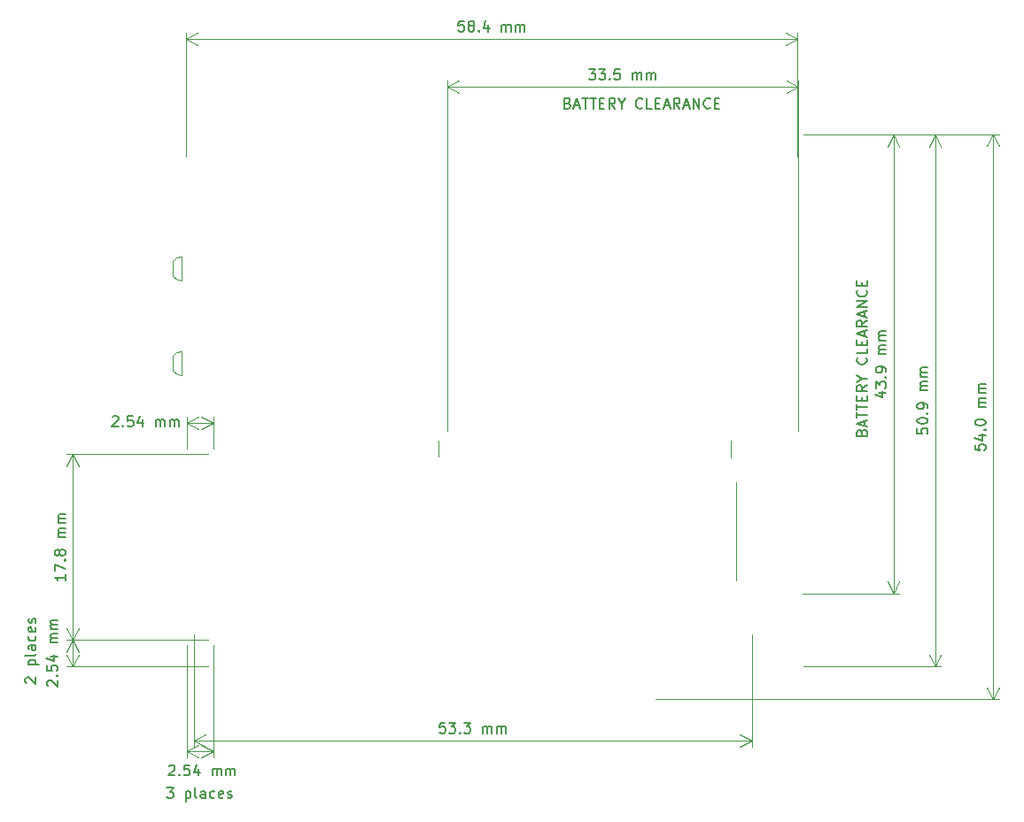
<source format=gbr>
%TF.GenerationSoftware,KiCad,Pcbnew,9.0.0-rc1*%
%TF.CreationDate,2025-02-03T21:42:01-06:00*%
%TF.ProjectId,tempo,74656d70-6f2e-46b6-9963-61645f706362,rev?*%
%TF.SameCoordinates,Original*%
%TF.FileFunction,OtherDrawing,Comment*%
%FSLAX46Y46*%
G04 Gerber Fmt 4.6, Leading zero omitted, Abs format (unit mm)*
G04 Created by KiCad (PCBNEW 9.0.0-rc1) date 2025-02-03 21:42:01*
%MOMM*%
%LPD*%
G01*
G04 APERTURE LIST*
%ADD10C,0.100000*%
%ADD11C,0.150000*%
G04 APERTURE END LIST*
D10*
X178050000Y-94350000D02*
X178050000Y-96000000D01*
X150100000Y-94350000D02*
X150100000Y-95900000D01*
D11*
X124141541Y-127569819D02*
X124760588Y-127569819D01*
X124760588Y-127569819D02*
X124427255Y-127950771D01*
X124427255Y-127950771D02*
X124570112Y-127950771D01*
X124570112Y-127950771D02*
X124665350Y-127998390D01*
X124665350Y-127998390D02*
X124712969Y-128046009D01*
X124712969Y-128046009D02*
X124760588Y-128141247D01*
X124760588Y-128141247D02*
X124760588Y-128379342D01*
X124760588Y-128379342D02*
X124712969Y-128474580D01*
X124712969Y-128474580D02*
X124665350Y-128522200D01*
X124665350Y-128522200D02*
X124570112Y-128569819D01*
X124570112Y-128569819D02*
X124284398Y-128569819D01*
X124284398Y-128569819D02*
X124189160Y-128522200D01*
X124189160Y-128522200D02*
X124141541Y-128474580D01*
X125951065Y-127903152D02*
X125951065Y-128903152D01*
X125951065Y-127950771D02*
X126046303Y-127903152D01*
X126046303Y-127903152D02*
X126236779Y-127903152D01*
X126236779Y-127903152D02*
X126332017Y-127950771D01*
X126332017Y-127950771D02*
X126379636Y-127998390D01*
X126379636Y-127998390D02*
X126427255Y-128093628D01*
X126427255Y-128093628D02*
X126427255Y-128379342D01*
X126427255Y-128379342D02*
X126379636Y-128474580D01*
X126379636Y-128474580D02*
X126332017Y-128522200D01*
X126332017Y-128522200D02*
X126236779Y-128569819D01*
X126236779Y-128569819D02*
X126046303Y-128569819D01*
X126046303Y-128569819D02*
X125951065Y-128522200D01*
X126998684Y-128569819D02*
X126903446Y-128522200D01*
X126903446Y-128522200D02*
X126855827Y-128426961D01*
X126855827Y-128426961D02*
X126855827Y-127569819D01*
X127808208Y-128569819D02*
X127808208Y-128046009D01*
X127808208Y-128046009D02*
X127760589Y-127950771D01*
X127760589Y-127950771D02*
X127665351Y-127903152D01*
X127665351Y-127903152D02*
X127474875Y-127903152D01*
X127474875Y-127903152D02*
X127379637Y-127950771D01*
X127808208Y-128522200D02*
X127712970Y-128569819D01*
X127712970Y-128569819D02*
X127474875Y-128569819D01*
X127474875Y-128569819D02*
X127379637Y-128522200D01*
X127379637Y-128522200D02*
X127332018Y-128426961D01*
X127332018Y-128426961D02*
X127332018Y-128331723D01*
X127332018Y-128331723D02*
X127379637Y-128236485D01*
X127379637Y-128236485D02*
X127474875Y-128188866D01*
X127474875Y-128188866D02*
X127712970Y-128188866D01*
X127712970Y-128188866D02*
X127808208Y-128141247D01*
X128712970Y-128522200D02*
X128617732Y-128569819D01*
X128617732Y-128569819D02*
X128427256Y-128569819D01*
X128427256Y-128569819D02*
X128332018Y-128522200D01*
X128332018Y-128522200D02*
X128284399Y-128474580D01*
X128284399Y-128474580D02*
X128236780Y-128379342D01*
X128236780Y-128379342D02*
X128236780Y-128093628D01*
X128236780Y-128093628D02*
X128284399Y-127998390D01*
X128284399Y-127998390D02*
X128332018Y-127950771D01*
X128332018Y-127950771D02*
X128427256Y-127903152D01*
X128427256Y-127903152D02*
X128617732Y-127903152D01*
X128617732Y-127903152D02*
X128712970Y-127950771D01*
X129522494Y-128522200D02*
X129427256Y-128569819D01*
X129427256Y-128569819D02*
X129236780Y-128569819D01*
X129236780Y-128569819D02*
X129141542Y-128522200D01*
X129141542Y-128522200D02*
X129093923Y-128426961D01*
X129093923Y-128426961D02*
X129093923Y-128046009D01*
X129093923Y-128046009D02*
X129141542Y-127950771D01*
X129141542Y-127950771D02*
X129236780Y-127903152D01*
X129236780Y-127903152D02*
X129427256Y-127903152D01*
X129427256Y-127903152D02*
X129522494Y-127950771D01*
X129522494Y-127950771D02*
X129570113Y-128046009D01*
X129570113Y-128046009D02*
X129570113Y-128141247D01*
X129570113Y-128141247D02*
X129093923Y-128236485D01*
X129951066Y-128522200D02*
X130046304Y-128569819D01*
X130046304Y-128569819D02*
X130236780Y-128569819D01*
X130236780Y-128569819D02*
X130332018Y-128522200D01*
X130332018Y-128522200D02*
X130379637Y-128426961D01*
X130379637Y-128426961D02*
X130379637Y-128379342D01*
X130379637Y-128379342D02*
X130332018Y-128284104D01*
X130332018Y-128284104D02*
X130236780Y-128236485D01*
X130236780Y-128236485D02*
X130093923Y-128236485D01*
X130093923Y-128236485D02*
X129998685Y-128188866D01*
X129998685Y-128188866D02*
X129951066Y-128093628D01*
X129951066Y-128093628D02*
X129951066Y-128046009D01*
X129951066Y-128046009D02*
X129998685Y-127950771D01*
X129998685Y-127950771D02*
X130093923Y-127903152D01*
X130093923Y-127903152D02*
X130236780Y-127903152D01*
X130236780Y-127903152D02*
X130332018Y-127950771D01*
X190556009Y-93569887D02*
X190603628Y-93427030D01*
X190603628Y-93427030D02*
X190651247Y-93379411D01*
X190651247Y-93379411D02*
X190746485Y-93331792D01*
X190746485Y-93331792D02*
X190889342Y-93331792D01*
X190889342Y-93331792D02*
X190984580Y-93379411D01*
X190984580Y-93379411D02*
X191032200Y-93427030D01*
X191032200Y-93427030D02*
X191079819Y-93522268D01*
X191079819Y-93522268D02*
X191079819Y-93903220D01*
X191079819Y-93903220D02*
X190079819Y-93903220D01*
X190079819Y-93903220D02*
X190079819Y-93569887D01*
X190079819Y-93569887D02*
X190127438Y-93474649D01*
X190127438Y-93474649D02*
X190175057Y-93427030D01*
X190175057Y-93427030D02*
X190270295Y-93379411D01*
X190270295Y-93379411D02*
X190365533Y-93379411D01*
X190365533Y-93379411D02*
X190460771Y-93427030D01*
X190460771Y-93427030D02*
X190508390Y-93474649D01*
X190508390Y-93474649D02*
X190556009Y-93569887D01*
X190556009Y-93569887D02*
X190556009Y-93903220D01*
X190794104Y-92950839D02*
X190794104Y-92474649D01*
X191079819Y-93046077D02*
X190079819Y-92712744D01*
X190079819Y-92712744D02*
X191079819Y-92379411D01*
X190079819Y-92188934D02*
X190079819Y-91617506D01*
X191079819Y-91903220D02*
X190079819Y-91903220D01*
X190079819Y-91427029D02*
X190079819Y-90855601D01*
X191079819Y-91141315D02*
X190079819Y-91141315D01*
X190556009Y-90522267D02*
X190556009Y-90188934D01*
X191079819Y-90046077D02*
X191079819Y-90522267D01*
X191079819Y-90522267D02*
X190079819Y-90522267D01*
X190079819Y-90522267D02*
X190079819Y-90046077D01*
X191079819Y-89046077D02*
X190603628Y-89379410D01*
X191079819Y-89617505D02*
X190079819Y-89617505D01*
X190079819Y-89617505D02*
X190079819Y-89236553D01*
X190079819Y-89236553D02*
X190127438Y-89141315D01*
X190127438Y-89141315D02*
X190175057Y-89093696D01*
X190175057Y-89093696D02*
X190270295Y-89046077D01*
X190270295Y-89046077D02*
X190413152Y-89046077D01*
X190413152Y-89046077D02*
X190508390Y-89093696D01*
X190508390Y-89093696D02*
X190556009Y-89141315D01*
X190556009Y-89141315D02*
X190603628Y-89236553D01*
X190603628Y-89236553D02*
X190603628Y-89617505D01*
X190603628Y-88427029D02*
X191079819Y-88427029D01*
X190079819Y-88760362D02*
X190603628Y-88427029D01*
X190603628Y-88427029D02*
X190079819Y-88093696D01*
X190984580Y-86427029D02*
X191032200Y-86474648D01*
X191032200Y-86474648D02*
X191079819Y-86617505D01*
X191079819Y-86617505D02*
X191079819Y-86712743D01*
X191079819Y-86712743D02*
X191032200Y-86855600D01*
X191032200Y-86855600D02*
X190936961Y-86950838D01*
X190936961Y-86950838D02*
X190841723Y-86998457D01*
X190841723Y-86998457D02*
X190651247Y-87046076D01*
X190651247Y-87046076D02*
X190508390Y-87046076D01*
X190508390Y-87046076D02*
X190317914Y-86998457D01*
X190317914Y-86998457D02*
X190222676Y-86950838D01*
X190222676Y-86950838D02*
X190127438Y-86855600D01*
X190127438Y-86855600D02*
X190079819Y-86712743D01*
X190079819Y-86712743D02*
X190079819Y-86617505D01*
X190079819Y-86617505D02*
X190127438Y-86474648D01*
X190127438Y-86474648D02*
X190175057Y-86427029D01*
X191079819Y-85522267D02*
X191079819Y-85998457D01*
X191079819Y-85998457D02*
X190079819Y-85998457D01*
X190556009Y-85188933D02*
X190556009Y-84855600D01*
X191079819Y-84712743D02*
X191079819Y-85188933D01*
X191079819Y-85188933D02*
X190079819Y-85188933D01*
X190079819Y-85188933D02*
X190079819Y-84712743D01*
X190794104Y-84331790D02*
X190794104Y-83855600D01*
X191079819Y-84427028D02*
X190079819Y-84093695D01*
X190079819Y-84093695D02*
X191079819Y-83760362D01*
X191079819Y-82855600D02*
X190603628Y-83188933D01*
X191079819Y-83427028D02*
X190079819Y-83427028D01*
X190079819Y-83427028D02*
X190079819Y-83046076D01*
X190079819Y-83046076D02*
X190127438Y-82950838D01*
X190127438Y-82950838D02*
X190175057Y-82903219D01*
X190175057Y-82903219D02*
X190270295Y-82855600D01*
X190270295Y-82855600D02*
X190413152Y-82855600D01*
X190413152Y-82855600D02*
X190508390Y-82903219D01*
X190508390Y-82903219D02*
X190556009Y-82950838D01*
X190556009Y-82950838D02*
X190603628Y-83046076D01*
X190603628Y-83046076D02*
X190603628Y-83427028D01*
X190794104Y-82474647D02*
X190794104Y-81998457D01*
X191079819Y-82569885D02*
X190079819Y-82236552D01*
X190079819Y-82236552D02*
X191079819Y-81903219D01*
X191079819Y-81569885D02*
X190079819Y-81569885D01*
X190079819Y-81569885D02*
X191079819Y-80998457D01*
X191079819Y-80998457D02*
X190079819Y-80998457D01*
X190984580Y-79950838D02*
X191032200Y-79998457D01*
X191032200Y-79998457D02*
X191079819Y-80141314D01*
X191079819Y-80141314D02*
X191079819Y-80236552D01*
X191079819Y-80236552D02*
X191032200Y-80379409D01*
X191032200Y-80379409D02*
X190936961Y-80474647D01*
X190936961Y-80474647D02*
X190841723Y-80522266D01*
X190841723Y-80522266D02*
X190651247Y-80569885D01*
X190651247Y-80569885D02*
X190508390Y-80569885D01*
X190508390Y-80569885D02*
X190317914Y-80522266D01*
X190317914Y-80522266D02*
X190222676Y-80474647D01*
X190222676Y-80474647D02*
X190127438Y-80379409D01*
X190127438Y-80379409D02*
X190079819Y-80236552D01*
X190079819Y-80236552D02*
X190079819Y-80141314D01*
X190079819Y-80141314D02*
X190127438Y-79998457D01*
X190127438Y-79998457D02*
X190175057Y-79950838D01*
X190556009Y-79522266D02*
X190556009Y-79188933D01*
X191079819Y-79046076D02*
X191079819Y-79522266D01*
X191079819Y-79522266D02*
X190079819Y-79522266D01*
X190079819Y-79522266D02*
X190079819Y-79046076D01*
X110695057Y-117560839D02*
X110647438Y-117513220D01*
X110647438Y-117513220D02*
X110599819Y-117417982D01*
X110599819Y-117417982D02*
X110599819Y-117179887D01*
X110599819Y-117179887D02*
X110647438Y-117084649D01*
X110647438Y-117084649D02*
X110695057Y-117037030D01*
X110695057Y-117037030D02*
X110790295Y-116989411D01*
X110790295Y-116989411D02*
X110885533Y-116989411D01*
X110885533Y-116989411D02*
X111028390Y-117037030D01*
X111028390Y-117037030D02*
X111599819Y-117608458D01*
X111599819Y-117608458D02*
X111599819Y-116989411D01*
X110933152Y-115798934D02*
X111933152Y-115798934D01*
X110980771Y-115798934D02*
X110933152Y-115703696D01*
X110933152Y-115703696D02*
X110933152Y-115513220D01*
X110933152Y-115513220D02*
X110980771Y-115417982D01*
X110980771Y-115417982D02*
X111028390Y-115370363D01*
X111028390Y-115370363D02*
X111123628Y-115322744D01*
X111123628Y-115322744D02*
X111409342Y-115322744D01*
X111409342Y-115322744D02*
X111504580Y-115370363D01*
X111504580Y-115370363D02*
X111552200Y-115417982D01*
X111552200Y-115417982D02*
X111599819Y-115513220D01*
X111599819Y-115513220D02*
X111599819Y-115703696D01*
X111599819Y-115703696D02*
X111552200Y-115798934D01*
X111599819Y-114751315D02*
X111552200Y-114846553D01*
X111552200Y-114846553D02*
X111456961Y-114894172D01*
X111456961Y-114894172D02*
X110599819Y-114894172D01*
X111599819Y-113941791D02*
X111076009Y-113941791D01*
X111076009Y-113941791D02*
X110980771Y-113989410D01*
X110980771Y-113989410D02*
X110933152Y-114084648D01*
X110933152Y-114084648D02*
X110933152Y-114275124D01*
X110933152Y-114275124D02*
X110980771Y-114370362D01*
X111552200Y-113941791D02*
X111599819Y-114037029D01*
X111599819Y-114037029D02*
X111599819Y-114275124D01*
X111599819Y-114275124D02*
X111552200Y-114370362D01*
X111552200Y-114370362D02*
X111456961Y-114417981D01*
X111456961Y-114417981D02*
X111361723Y-114417981D01*
X111361723Y-114417981D02*
X111266485Y-114370362D01*
X111266485Y-114370362D02*
X111218866Y-114275124D01*
X111218866Y-114275124D02*
X111218866Y-114037029D01*
X111218866Y-114037029D02*
X111171247Y-113941791D01*
X111552200Y-113037029D02*
X111599819Y-113132267D01*
X111599819Y-113132267D02*
X111599819Y-113322743D01*
X111599819Y-113322743D02*
X111552200Y-113417981D01*
X111552200Y-113417981D02*
X111504580Y-113465600D01*
X111504580Y-113465600D02*
X111409342Y-113513219D01*
X111409342Y-113513219D02*
X111123628Y-113513219D01*
X111123628Y-113513219D02*
X111028390Y-113465600D01*
X111028390Y-113465600D02*
X110980771Y-113417981D01*
X110980771Y-113417981D02*
X110933152Y-113322743D01*
X110933152Y-113322743D02*
X110933152Y-113132267D01*
X110933152Y-113132267D02*
X110980771Y-113037029D01*
X111552200Y-112227505D02*
X111599819Y-112322743D01*
X111599819Y-112322743D02*
X111599819Y-112513219D01*
X111599819Y-112513219D02*
X111552200Y-112608457D01*
X111552200Y-112608457D02*
X111456961Y-112656076D01*
X111456961Y-112656076D02*
X111076009Y-112656076D01*
X111076009Y-112656076D02*
X110980771Y-112608457D01*
X110980771Y-112608457D02*
X110933152Y-112513219D01*
X110933152Y-112513219D02*
X110933152Y-112322743D01*
X110933152Y-112322743D02*
X110980771Y-112227505D01*
X110980771Y-112227505D02*
X111076009Y-112179886D01*
X111076009Y-112179886D02*
X111171247Y-112179886D01*
X111171247Y-112179886D02*
X111266485Y-112656076D01*
X111552200Y-111798933D02*
X111599819Y-111703695D01*
X111599819Y-111703695D02*
X111599819Y-111513219D01*
X111599819Y-111513219D02*
X111552200Y-111417981D01*
X111552200Y-111417981D02*
X111456961Y-111370362D01*
X111456961Y-111370362D02*
X111409342Y-111370362D01*
X111409342Y-111370362D02*
X111314104Y-111417981D01*
X111314104Y-111417981D02*
X111266485Y-111513219D01*
X111266485Y-111513219D02*
X111266485Y-111656076D01*
X111266485Y-111656076D02*
X111218866Y-111751314D01*
X111218866Y-111751314D02*
X111123628Y-111798933D01*
X111123628Y-111798933D02*
X111076009Y-111798933D01*
X111076009Y-111798933D02*
X110980771Y-111751314D01*
X110980771Y-111751314D02*
X110933152Y-111656076D01*
X110933152Y-111656076D02*
X110933152Y-111513219D01*
X110933152Y-111513219D02*
X110980771Y-111417981D01*
X162455112Y-62061009D02*
X162597969Y-62108628D01*
X162597969Y-62108628D02*
X162645588Y-62156247D01*
X162645588Y-62156247D02*
X162693207Y-62251485D01*
X162693207Y-62251485D02*
X162693207Y-62394342D01*
X162693207Y-62394342D02*
X162645588Y-62489580D01*
X162645588Y-62489580D02*
X162597969Y-62537200D01*
X162597969Y-62537200D02*
X162502731Y-62584819D01*
X162502731Y-62584819D02*
X162121779Y-62584819D01*
X162121779Y-62584819D02*
X162121779Y-61584819D01*
X162121779Y-61584819D02*
X162455112Y-61584819D01*
X162455112Y-61584819D02*
X162550350Y-61632438D01*
X162550350Y-61632438D02*
X162597969Y-61680057D01*
X162597969Y-61680057D02*
X162645588Y-61775295D01*
X162645588Y-61775295D02*
X162645588Y-61870533D01*
X162645588Y-61870533D02*
X162597969Y-61965771D01*
X162597969Y-61965771D02*
X162550350Y-62013390D01*
X162550350Y-62013390D02*
X162455112Y-62061009D01*
X162455112Y-62061009D02*
X162121779Y-62061009D01*
X163074160Y-62299104D02*
X163550350Y-62299104D01*
X162978922Y-62584819D02*
X163312255Y-61584819D01*
X163312255Y-61584819D02*
X163645588Y-62584819D01*
X163836065Y-61584819D02*
X164407493Y-61584819D01*
X164121779Y-62584819D02*
X164121779Y-61584819D01*
X164597970Y-61584819D02*
X165169398Y-61584819D01*
X164883684Y-62584819D02*
X164883684Y-61584819D01*
X165502732Y-62061009D02*
X165836065Y-62061009D01*
X165978922Y-62584819D02*
X165502732Y-62584819D01*
X165502732Y-62584819D02*
X165502732Y-61584819D01*
X165502732Y-61584819D02*
X165978922Y-61584819D01*
X166978922Y-62584819D02*
X166645589Y-62108628D01*
X166407494Y-62584819D02*
X166407494Y-61584819D01*
X166407494Y-61584819D02*
X166788446Y-61584819D01*
X166788446Y-61584819D02*
X166883684Y-61632438D01*
X166883684Y-61632438D02*
X166931303Y-61680057D01*
X166931303Y-61680057D02*
X166978922Y-61775295D01*
X166978922Y-61775295D02*
X166978922Y-61918152D01*
X166978922Y-61918152D02*
X166931303Y-62013390D01*
X166931303Y-62013390D02*
X166883684Y-62061009D01*
X166883684Y-62061009D02*
X166788446Y-62108628D01*
X166788446Y-62108628D02*
X166407494Y-62108628D01*
X167597970Y-62108628D02*
X167597970Y-62584819D01*
X167264637Y-61584819D02*
X167597970Y-62108628D01*
X167597970Y-62108628D02*
X167931303Y-61584819D01*
X169597970Y-62489580D02*
X169550351Y-62537200D01*
X169550351Y-62537200D02*
X169407494Y-62584819D01*
X169407494Y-62584819D02*
X169312256Y-62584819D01*
X169312256Y-62584819D02*
X169169399Y-62537200D01*
X169169399Y-62537200D02*
X169074161Y-62441961D01*
X169074161Y-62441961D02*
X169026542Y-62346723D01*
X169026542Y-62346723D02*
X168978923Y-62156247D01*
X168978923Y-62156247D02*
X168978923Y-62013390D01*
X168978923Y-62013390D02*
X169026542Y-61822914D01*
X169026542Y-61822914D02*
X169074161Y-61727676D01*
X169074161Y-61727676D02*
X169169399Y-61632438D01*
X169169399Y-61632438D02*
X169312256Y-61584819D01*
X169312256Y-61584819D02*
X169407494Y-61584819D01*
X169407494Y-61584819D02*
X169550351Y-61632438D01*
X169550351Y-61632438D02*
X169597970Y-61680057D01*
X170502732Y-62584819D02*
X170026542Y-62584819D01*
X170026542Y-62584819D02*
X170026542Y-61584819D01*
X170836066Y-62061009D02*
X171169399Y-62061009D01*
X171312256Y-62584819D02*
X170836066Y-62584819D01*
X170836066Y-62584819D02*
X170836066Y-61584819D01*
X170836066Y-61584819D02*
X171312256Y-61584819D01*
X171693209Y-62299104D02*
X172169399Y-62299104D01*
X171597971Y-62584819D02*
X171931304Y-61584819D01*
X171931304Y-61584819D02*
X172264637Y-62584819D01*
X173169399Y-62584819D02*
X172836066Y-62108628D01*
X172597971Y-62584819D02*
X172597971Y-61584819D01*
X172597971Y-61584819D02*
X172978923Y-61584819D01*
X172978923Y-61584819D02*
X173074161Y-61632438D01*
X173074161Y-61632438D02*
X173121780Y-61680057D01*
X173121780Y-61680057D02*
X173169399Y-61775295D01*
X173169399Y-61775295D02*
X173169399Y-61918152D01*
X173169399Y-61918152D02*
X173121780Y-62013390D01*
X173121780Y-62013390D02*
X173074161Y-62061009D01*
X173074161Y-62061009D02*
X172978923Y-62108628D01*
X172978923Y-62108628D02*
X172597971Y-62108628D01*
X173550352Y-62299104D02*
X174026542Y-62299104D01*
X173455114Y-62584819D02*
X173788447Y-61584819D01*
X173788447Y-61584819D02*
X174121780Y-62584819D01*
X174455114Y-62584819D02*
X174455114Y-61584819D01*
X174455114Y-61584819D02*
X175026542Y-62584819D01*
X175026542Y-62584819D02*
X175026542Y-61584819D01*
X176074161Y-62489580D02*
X176026542Y-62537200D01*
X176026542Y-62537200D02*
X175883685Y-62584819D01*
X175883685Y-62584819D02*
X175788447Y-62584819D01*
X175788447Y-62584819D02*
X175645590Y-62537200D01*
X175645590Y-62537200D02*
X175550352Y-62441961D01*
X175550352Y-62441961D02*
X175502733Y-62346723D01*
X175502733Y-62346723D02*
X175455114Y-62156247D01*
X175455114Y-62156247D02*
X175455114Y-62013390D01*
X175455114Y-62013390D02*
X175502733Y-61822914D01*
X175502733Y-61822914D02*
X175550352Y-61727676D01*
X175550352Y-61727676D02*
X175645590Y-61632438D01*
X175645590Y-61632438D02*
X175788447Y-61584819D01*
X175788447Y-61584819D02*
X175883685Y-61584819D01*
X175883685Y-61584819D02*
X176026542Y-61632438D01*
X176026542Y-61632438D02*
X176074161Y-61680057D01*
X176502733Y-62061009D02*
X176836066Y-62061009D01*
X176978923Y-62584819D02*
X176502733Y-62584819D01*
X176502733Y-62584819D02*
X176502733Y-61584819D01*
X176502733Y-61584819D02*
X176978923Y-61584819D01*
X112780057Y-117840475D02*
X112732438Y-117792856D01*
X112732438Y-117792856D02*
X112684819Y-117697618D01*
X112684819Y-117697618D02*
X112684819Y-117459523D01*
X112684819Y-117459523D02*
X112732438Y-117364285D01*
X112732438Y-117364285D02*
X112780057Y-117316666D01*
X112780057Y-117316666D02*
X112875295Y-117269047D01*
X112875295Y-117269047D02*
X112970533Y-117269047D01*
X112970533Y-117269047D02*
X113113390Y-117316666D01*
X113113390Y-117316666D02*
X113684819Y-117888094D01*
X113684819Y-117888094D02*
X113684819Y-117269047D01*
X113589580Y-116840475D02*
X113637200Y-116792856D01*
X113637200Y-116792856D02*
X113684819Y-116840475D01*
X113684819Y-116840475D02*
X113637200Y-116888094D01*
X113637200Y-116888094D02*
X113589580Y-116840475D01*
X113589580Y-116840475D02*
X113684819Y-116840475D01*
X112684819Y-115888095D02*
X112684819Y-116364285D01*
X112684819Y-116364285D02*
X113161009Y-116411904D01*
X113161009Y-116411904D02*
X113113390Y-116364285D01*
X113113390Y-116364285D02*
X113065771Y-116269047D01*
X113065771Y-116269047D02*
X113065771Y-116030952D01*
X113065771Y-116030952D02*
X113113390Y-115935714D01*
X113113390Y-115935714D02*
X113161009Y-115888095D01*
X113161009Y-115888095D02*
X113256247Y-115840476D01*
X113256247Y-115840476D02*
X113494342Y-115840476D01*
X113494342Y-115840476D02*
X113589580Y-115888095D01*
X113589580Y-115888095D02*
X113637200Y-115935714D01*
X113637200Y-115935714D02*
X113684819Y-116030952D01*
X113684819Y-116030952D02*
X113684819Y-116269047D01*
X113684819Y-116269047D02*
X113637200Y-116364285D01*
X113637200Y-116364285D02*
X113589580Y-116411904D01*
X113018152Y-114983333D02*
X113684819Y-114983333D01*
X112637200Y-115221428D02*
X113351485Y-115459523D01*
X113351485Y-115459523D02*
X113351485Y-114840476D01*
X113684819Y-113697618D02*
X113018152Y-113697618D01*
X113113390Y-113697618D02*
X113065771Y-113649999D01*
X113065771Y-113649999D02*
X113018152Y-113554761D01*
X113018152Y-113554761D02*
X113018152Y-113411904D01*
X113018152Y-113411904D02*
X113065771Y-113316666D01*
X113065771Y-113316666D02*
X113161009Y-113269047D01*
X113161009Y-113269047D02*
X113684819Y-113269047D01*
X113161009Y-113269047D02*
X113065771Y-113221428D01*
X113065771Y-113221428D02*
X113018152Y-113126190D01*
X113018152Y-113126190D02*
X113018152Y-112983333D01*
X113018152Y-112983333D02*
X113065771Y-112888094D01*
X113065771Y-112888094D02*
X113161009Y-112840475D01*
X113161009Y-112840475D02*
X113684819Y-112840475D01*
X113684819Y-112364285D02*
X113018152Y-112364285D01*
X113113390Y-112364285D02*
X113065771Y-112316666D01*
X113065771Y-112316666D02*
X113018152Y-112221428D01*
X113018152Y-112221428D02*
X113018152Y-112078571D01*
X113018152Y-112078571D02*
X113065771Y-111983333D01*
X113065771Y-111983333D02*
X113161009Y-111935714D01*
X113161009Y-111935714D02*
X113684819Y-111935714D01*
X113161009Y-111935714D02*
X113065771Y-111888095D01*
X113065771Y-111888095D02*
X113018152Y-111792857D01*
X113018152Y-111792857D02*
X113018152Y-111650000D01*
X113018152Y-111650000D02*
X113065771Y-111554761D01*
X113065771Y-111554761D02*
X113161009Y-111507142D01*
X113161009Y-111507142D02*
X113684819Y-111507142D01*
D10*
X128061100Y-113443600D02*
X114543580Y-113443600D01*
X128061100Y-115983600D02*
X114543580Y-115983600D01*
X115130000Y-113443600D02*
X115130000Y-115983600D01*
X115130000Y-113443600D02*
X115130000Y-115983600D01*
X115130000Y-113443600D02*
X115716421Y-114570104D01*
X115130000Y-113443600D02*
X114543579Y-114570104D01*
X115130000Y-115983600D02*
X114543579Y-114857096D01*
X115130000Y-115983600D02*
X115716421Y-114857096D01*
X115130000Y-113443600D02*
X115130000Y-115983600D01*
X115130000Y-113443600D02*
X115130000Y-115983600D01*
X115130000Y-113443600D02*
X115716421Y-114570104D01*
X115130000Y-113443600D02*
X114543579Y-114570104D01*
X115130000Y-115983600D02*
X114543579Y-114857096D01*
X115130000Y-115983600D02*
X115716421Y-114857096D01*
D11*
X118939524Y-92100057D02*
X118987143Y-92052438D01*
X118987143Y-92052438D02*
X119082381Y-92004819D01*
X119082381Y-92004819D02*
X119320476Y-92004819D01*
X119320476Y-92004819D02*
X119415714Y-92052438D01*
X119415714Y-92052438D02*
X119463333Y-92100057D01*
X119463333Y-92100057D02*
X119510952Y-92195295D01*
X119510952Y-92195295D02*
X119510952Y-92290533D01*
X119510952Y-92290533D02*
X119463333Y-92433390D01*
X119463333Y-92433390D02*
X118891905Y-93004819D01*
X118891905Y-93004819D02*
X119510952Y-93004819D01*
X119939524Y-92909580D02*
X119987143Y-92957200D01*
X119987143Y-92957200D02*
X119939524Y-93004819D01*
X119939524Y-93004819D02*
X119891905Y-92957200D01*
X119891905Y-92957200D02*
X119939524Y-92909580D01*
X119939524Y-92909580D02*
X119939524Y-93004819D01*
X120891904Y-92004819D02*
X120415714Y-92004819D01*
X120415714Y-92004819D02*
X120368095Y-92481009D01*
X120368095Y-92481009D02*
X120415714Y-92433390D01*
X120415714Y-92433390D02*
X120510952Y-92385771D01*
X120510952Y-92385771D02*
X120749047Y-92385771D01*
X120749047Y-92385771D02*
X120844285Y-92433390D01*
X120844285Y-92433390D02*
X120891904Y-92481009D01*
X120891904Y-92481009D02*
X120939523Y-92576247D01*
X120939523Y-92576247D02*
X120939523Y-92814342D01*
X120939523Y-92814342D02*
X120891904Y-92909580D01*
X120891904Y-92909580D02*
X120844285Y-92957200D01*
X120844285Y-92957200D02*
X120749047Y-93004819D01*
X120749047Y-93004819D02*
X120510952Y-93004819D01*
X120510952Y-93004819D02*
X120415714Y-92957200D01*
X120415714Y-92957200D02*
X120368095Y-92909580D01*
X121796666Y-92338152D02*
X121796666Y-93004819D01*
X121558571Y-91957200D02*
X121320476Y-92671485D01*
X121320476Y-92671485D02*
X121939523Y-92671485D01*
X123082381Y-93004819D02*
X123082381Y-92338152D01*
X123082381Y-92433390D02*
X123130000Y-92385771D01*
X123130000Y-92385771D02*
X123225238Y-92338152D01*
X123225238Y-92338152D02*
X123368095Y-92338152D01*
X123368095Y-92338152D02*
X123463333Y-92385771D01*
X123463333Y-92385771D02*
X123510952Y-92481009D01*
X123510952Y-92481009D02*
X123510952Y-93004819D01*
X123510952Y-92481009D02*
X123558571Y-92385771D01*
X123558571Y-92385771D02*
X123653809Y-92338152D01*
X123653809Y-92338152D02*
X123796666Y-92338152D01*
X123796666Y-92338152D02*
X123891905Y-92385771D01*
X123891905Y-92385771D02*
X123939524Y-92481009D01*
X123939524Y-92481009D02*
X123939524Y-93004819D01*
X124415714Y-93004819D02*
X124415714Y-92338152D01*
X124415714Y-92433390D02*
X124463333Y-92385771D01*
X124463333Y-92385771D02*
X124558571Y-92338152D01*
X124558571Y-92338152D02*
X124701428Y-92338152D01*
X124701428Y-92338152D02*
X124796666Y-92385771D01*
X124796666Y-92385771D02*
X124844285Y-92481009D01*
X124844285Y-92481009D02*
X124844285Y-93004819D01*
X124844285Y-92481009D02*
X124891904Y-92385771D01*
X124891904Y-92385771D02*
X124987142Y-92338152D01*
X124987142Y-92338152D02*
X125129999Y-92338152D01*
X125129999Y-92338152D02*
X125225238Y-92385771D01*
X125225238Y-92385771D02*
X125272857Y-92481009D01*
X125272857Y-92481009D02*
X125272857Y-93004819D01*
D10*
X128561100Y-95163600D02*
X128561100Y-92063580D01*
X126021100Y-95163600D02*
X126021100Y-92063580D01*
X128561100Y-92650000D02*
X126135952Y-92650000D01*
X128561100Y-92650000D02*
X127434596Y-93236421D01*
X128561100Y-92650000D02*
X127434596Y-92063579D01*
X126021100Y-92650000D02*
X127147604Y-92063579D01*
X126021100Y-92650000D02*
X127147604Y-93236421D01*
X128561100Y-92650000D02*
X126135952Y-92650000D01*
X128561100Y-92650000D02*
X127434596Y-93236421D01*
X128561100Y-92650000D02*
X127434596Y-92063579D01*
X126021100Y-92650000D02*
X127147604Y-92063579D01*
X126021100Y-92650000D02*
X127147604Y-93236421D01*
D11*
X124339524Y-125500057D02*
X124387143Y-125452438D01*
X124387143Y-125452438D02*
X124482381Y-125404819D01*
X124482381Y-125404819D02*
X124720476Y-125404819D01*
X124720476Y-125404819D02*
X124815714Y-125452438D01*
X124815714Y-125452438D02*
X124863333Y-125500057D01*
X124863333Y-125500057D02*
X124910952Y-125595295D01*
X124910952Y-125595295D02*
X124910952Y-125690533D01*
X124910952Y-125690533D02*
X124863333Y-125833390D01*
X124863333Y-125833390D02*
X124291905Y-126404819D01*
X124291905Y-126404819D02*
X124910952Y-126404819D01*
X125339524Y-126309580D02*
X125387143Y-126357200D01*
X125387143Y-126357200D02*
X125339524Y-126404819D01*
X125339524Y-126404819D02*
X125291905Y-126357200D01*
X125291905Y-126357200D02*
X125339524Y-126309580D01*
X125339524Y-126309580D02*
X125339524Y-126404819D01*
X126291904Y-125404819D02*
X125815714Y-125404819D01*
X125815714Y-125404819D02*
X125768095Y-125881009D01*
X125768095Y-125881009D02*
X125815714Y-125833390D01*
X125815714Y-125833390D02*
X125910952Y-125785771D01*
X125910952Y-125785771D02*
X126149047Y-125785771D01*
X126149047Y-125785771D02*
X126244285Y-125833390D01*
X126244285Y-125833390D02*
X126291904Y-125881009D01*
X126291904Y-125881009D02*
X126339523Y-125976247D01*
X126339523Y-125976247D02*
X126339523Y-126214342D01*
X126339523Y-126214342D02*
X126291904Y-126309580D01*
X126291904Y-126309580D02*
X126244285Y-126357200D01*
X126244285Y-126357200D02*
X126149047Y-126404819D01*
X126149047Y-126404819D02*
X125910952Y-126404819D01*
X125910952Y-126404819D02*
X125815714Y-126357200D01*
X125815714Y-126357200D02*
X125768095Y-126309580D01*
X127196666Y-125738152D02*
X127196666Y-126404819D01*
X126958571Y-125357200D02*
X126720476Y-126071485D01*
X126720476Y-126071485D02*
X127339523Y-126071485D01*
X128482381Y-126404819D02*
X128482381Y-125738152D01*
X128482381Y-125833390D02*
X128530000Y-125785771D01*
X128530000Y-125785771D02*
X128625238Y-125738152D01*
X128625238Y-125738152D02*
X128768095Y-125738152D01*
X128768095Y-125738152D02*
X128863333Y-125785771D01*
X128863333Y-125785771D02*
X128910952Y-125881009D01*
X128910952Y-125881009D02*
X128910952Y-126404819D01*
X128910952Y-125881009D02*
X128958571Y-125785771D01*
X128958571Y-125785771D02*
X129053809Y-125738152D01*
X129053809Y-125738152D02*
X129196666Y-125738152D01*
X129196666Y-125738152D02*
X129291905Y-125785771D01*
X129291905Y-125785771D02*
X129339524Y-125881009D01*
X129339524Y-125881009D02*
X129339524Y-126404819D01*
X129815714Y-126404819D02*
X129815714Y-125738152D01*
X129815714Y-125833390D02*
X129863333Y-125785771D01*
X129863333Y-125785771D02*
X129958571Y-125738152D01*
X129958571Y-125738152D02*
X130101428Y-125738152D01*
X130101428Y-125738152D02*
X130196666Y-125785771D01*
X130196666Y-125785771D02*
X130244285Y-125881009D01*
X130244285Y-125881009D02*
X130244285Y-126404819D01*
X130244285Y-125881009D02*
X130291904Y-125785771D01*
X130291904Y-125785771D02*
X130387142Y-125738152D01*
X130387142Y-125738152D02*
X130529999Y-125738152D01*
X130529999Y-125738152D02*
X130625238Y-125785771D01*
X130625238Y-125785771D02*
X130672857Y-125881009D01*
X130672857Y-125881009D02*
X130672857Y-126404819D01*
D10*
X128561100Y-113943600D02*
X128561100Y-124636420D01*
X126021100Y-113943600D02*
X126021100Y-124636420D01*
X128561100Y-124050000D02*
X126021100Y-124050000D01*
X128561100Y-124050000D02*
X126021100Y-124050000D01*
X128561100Y-124050000D02*
X127434596Y-124636421D01*
X128561100Y-124050000D02*
X127434596Y-123463579D01*
X126021100Y-124050000D02*
X127147604Y-123463579D01*
X126021100Y-124050000D02*
X127147604Y-124636421D01*
X128561100Y-124050000D02*
X126021100Y-124050000D01*
X128561100Y-124050000D02*
X126021100Y-124050000D01*
X128561100Y-124050000D02*
X127434596Y-124636421D01*
X128561100Y-124050000D02*
X127434596Y-123463579D01*
X126021100Y-124050000D02*
X127147604Y-123463579D01*
X126021100Y-124050000D02*
X127147604Y-124636421D01*
D11*
X152529384Y-54208768D02*
X152053194Y-54208768D01*
X152053194Y-54208768D02*
X152005575Y-54684958D01*
X152005575Y-54684958D02*
X152053194Y-54637339D01*
X152053194Y-54637339D02*
X152148432Y-54589720D01*
X152148432Y-54589720D02*
X152386527Y-54589720D01*
X152386527Y-54589720D02*
X152481765Y-54637339D01*
X152481765Y-54637339D02*
X152529384Y-54684958D01*
X152529384Y-54684958D02*
X152577003Y-54780196D01*
X152577003Y-54780196D02*
X152577003Y-55018291D01*
X152577003Y-55018291D02*
X152529384Y-55113529D01*
X152529384Y-55113529D02*
X152481765Y-55161149D01*
X152481765Y-55161149D02*
X152386527Y-55208768D01*
X152386527Y-55208768D02*
X152148432Y-55208768D01*
X152148432Y-55208768D02*
X152053194Y-55161149D01*
X152053194Y-55161149D02*
X152005575Y-55113529D01*
X153148432Y-54637339D02*
X153053194Y-54589720D01*
X153053194Y-54589720D02*
X153005575Y-54542101D01*
X153005575Y-54542101D02*
X152957956Y-54446863D01*
X152957956Y-54446863D02*
X152957956Y-54399244D01*
X152957956Y-54399244D02*
X153005575Y-54304006D01*
X153005575Y-54304006D02*
X153053194Y-54256387D01*
X153053194Y-54256387D02*
X153148432Y-54208768D01*
X153148432Y-54208768D02*
X153338908Y-54208768D01*
X153338908Y-54208768D02*
X153434146Y-54256387D01*
X153434146Y-54256387D02*
X153481765Y-54304006D01*
X153481765Y-54304006D02*
X153529384Y-54399244D01*
X153529384Y-54399244D02*
X153529384Y-54446863D01*
X153529384Y-54446863D02*
X153481765Y-54542101D01*
X153481765Y-54542101D02*
X153434146Y-54589720D01*
X153434146Y-54589720D02*
X153338908Y-54637339D01*
X153338908Y-54637339D02*
X153148432Y-54637339D01*
X153148432Y-54637339D02*
X153053194Y-54684958D01*
X153053194Y-54684958D02*
X153005575Y-54732577D01*
X153005575Y-54732577D02*
X152957956Y-54827815D01*
X152957956Y-54827815D02*
X152957956Y-55018291D01*
X152957956Y-55018291D02*
X153005575Y-55113529D01*
X153005575Y-55113529D02*
X153053194Y-55161149D01*
X153053194Y-55161149D02*
X153148432Y-55208768D01*
X153148432Y-55208768D02*
X153338908Y-55208768D01*
X153338908Y-55208768D02*
X153434146Y-55161149D01*
X153434146Y-55161149D02*
X153481765Y-55113529D01*
X153481765Y-55113529D02*
X153529384Y-55018291D01*
X153529384Y-55018291D02*
X153529384Y-54827815D01*
X153529384Y-54827815D02*
X153481765Y-54732577D01*
X153481765Y-54732577D02*
X153434146Y-54684958D01*
X153434146Y-54684958D02*
X153338908Y-54637339D01*
X153957956Y-55113529D02*
X154005575Y-55161149D01*
X154005575Y-55161149D02*
X153957956Y-55208768D01*
X153957956Y-55208768D02*
X153910337Y-55161149D01*
X153910337Y-55161149D02*
X153957956Y-55113529D01*
X153957956Y-55113529D02*
X153957956Y-55208768D01*
X154862717Y-54542101D02*
X154862717Y-55208768D01*
X154624622Y-54161149D02*
X154386527Y-54875434D01*
X154386527Y-54875434D02*
X155005574Y-54875434D01*
X156148432Y-55208768D02*
X156148432Y-54542101D01*
X156148432Y-54637339D02*
X156196051Y-54589720D01*
X156196051Y-54589720D02*
X156291289Y-54542101D01*
X156291289Y-54542101D02*
X156434146Y-54542101D01*
X156434146Y-54542101D02*
X156529384Y-54589720D01*
X156529384Y-54589720D02*
X156577003Y-54684958D01*
X156577003Y-54684958D02*
X156577003Y-55208768D01*
X156577003Y-54684958D02*
X156624622Y-54589720D01*
X156624622Y-54589720D02*
X156719860Y-54542101D01*
X156719860Y-54542101D02*
X156862717Y-54542101D01*
X156862717Y-54542101D02*
X156957956Y-54589720D01*
X156957956Y-54589720D02*
X157005575Y-54684958D01*
X157005575Y-54684958D02*
X157005575Y-55208768D01*
X157481765Y-55208768D02*
X157481765Y-54542101D01*
X157481765Y-54637339D02*
X157529384Y-54589720D01*
X157529384Y-54589720D02*
X157624622Y-54542101D01*
X157624622Y-54542101D02*
X157767479Y-54542101D01*
X157767479Y-54542101D02*
X157862717Y-54589720D01*
X157862717Y-54589720D02*
X157910336Y-54684958D01*
X157910336Y-54684958D02*
X157910336Y-55208768D01*
X157910336Y-54684958D02*
X157957955Y-54589720D01*
X157957955Y-54589720D02*
X158053193Y-54542101D01*
X158053193Y-54542101D02*
X158196050Y-54542101D01*
X158196050Y-54542101D02*
X158291289Y-54589720D01*
X158291289Y-54589720D02*
X158338908Y-54684958D01*
X158338908Y-54684958D02*
X158338908Y-55208768D01*
D10*
X125986051Y-67200000D02*
X125986051Y-55317529D01*
X184406051Y-67200000D02*
X184406051Y-55317529D01*
X125986051Y-55903949D02*
X184406051Y-55903949D01*
X125986051Y-55903949D02*
X184406051Y-55903949D01*
X125986051Y-55903949D02*
X127112555Y-55317528D01*
X125986051Y-55903949D02*
X127112555Y-56490370D01*
X184406051Y-55903949D02*
X183279547Y-56490370D01*
X184406051Y-55903949D02*
X183279547Y-55317528D01*
X125986051Y-55903949D02*
X184406051Y-55903949D01*
X125986051Y-55903949D02*
X184406051Y-55903949D01*
X125986051Y-55903949D02*
X127112555Y-55317528D01*
X125986051Y-55903949D02*
X127112555Y-56490370D01*
X184406051Y-55903949D02*
X183279547Y-56490370D01*
X184406051Y-55903949D02*
X183279547Y-55317528D01*
D11*
X150714433Y-121354819D02*
X150238243Y-121354819D01*
X150238243Y-121354819D02*
X150190624Y-121831009D01*
X150190624Y-121831009D02*
X150238243Y-121783390D01*
X150238243Y-121783390D02*
X150333481Y-121735771D01*
X150333481Y-121735771D02*
X150571576Y-121735771D01*
X150571576Y-121735771D02*
X150666814Y-121783390D01*
X150666814Y-121783390D02*
X150714433Y-121831009D01*
X150714433Y-121831009D02*
X150762052Y-121926247D01*
X150762052Y-121926247D02*
X150762052Y-122164342D01*
X150762052Y-122164342D02*
X150714433Y-122259580D01*
X150714433Y-122259580D02*
X150666814Y-122307200D01*
X150666814Y-122307200D02*
X150571576Y-122354819D01*
X150571576Y-122354819D02*
X150333481Y-122354819D01*
X150333481Y-122354819D02*
X150238243Y-122307200D01*
X150238243Y-122307200D02*
X150190624Y-122259580D01*
X151095386Y-121354819D02*
X151714433Y-121354819D01*
X151714433Y-121354819D02*
X151381100Y-121735771D01*
X151381100Y-121735771D02*
X151523957Y-121735771D01*
X151523957Y-121735771D02*
X151619195Y-121783390D01*
X151619195Y-121783390D02*
X151666814Y-121831009D01*
X151666814Y-121831009D02*
X151714433Y-121926247D01*
X151714433Y-121926247D02*
X151714433Y-122164342D01*
X151714433Y-122164342D02*
X151666814Y-122259580D01*
X151666814Y-122259580D02*
X151619195Y-122307200D01*
X151619195Y-122307200D02*
X151523957Y-122354819D01*
X151523957Y-122354819D02*
X151238243Y-122354819D01*
X151238243Y-122354819D02*
X151143005Y-122307200D01*
X151143005Y-122307200D02*
X151095386Y-122259580D01*
X152143005Y-122259580D02*
X152190624Y-122307200D01*
X152190624Y-122307200D02*
X152143005Y-122354819D01*
X152143005Y-122354819D02*
X152095386Y-122307200D01*
X152095386Y-122307200D02*
X152143005Y-122259580D01*
X152143005Y-122259580D02*
X152143005Y-122354819D01*
X152523957Y-121354819D02*
X153143004Y-121354819D01*
X153143004Y-121354819D02*
X152809671Y-121735771D01*
X152809671Y-121735771D02*
X152952528Y-121735771D01*
X152952528Y-121735771D02*
X153047766Y-121783390D01*
X153047766Y-121783390D02*
X153095385Y-121831009D01*
X153095385Y-121831009D02*
X153143004Y-121926247D01*
X153143004Y-121926247D02*
X153143004Y-122164342D01*
X153143004Y-122164342D02*
X153095385Y-122259580D01*
X153095385Y-122259580D02*
X153047766Y-122307200D01*
X153047766Y-122307200D02*
X152952528Y-122354819D01*
X152952528Y-122354819D02*
X152666814Y-122354819D01*
X152666814Y-122354819D02*
X152571576Y-122307200D01*
X152571576Y-122307200D02*
X152523957Y-122259580D01*
X154333481Y-122354819D02*
X154333481Y-121688152D01*
X154333481Y-121783390D02*
X154381100Y-121735771D01*
X154381100Y-121735771D02*
X154476338Y-121688152D01*
X154476338Y-121688152D02*
X154619195Y-121688152D01*
X154619195Y-121688152D02*
X154714433Y-121735771D01*
X154714433Y-121735771D02*
X154762052Y-121831009D01*
X154762052Y-121831009D02*
X154762052Y-122354819D01*
X154762052Y-121831009D02*
X154809671Y-121735771D01*
X154809671Y-121735771D02*
X154904909Y-121688152D01*
X154904909Y-121688152D02*
X155047766Y-121688152D01*
X155047766Y-121688152D02*
X155143005Y-121735771D01*
X155143005Y-121735771D02*
X155190624Y-121831009D01*
X155190624Y-121831009D02*
X155190624Y-122354819D01*
X155666814Y-122354819D02*
X155666814Y-121688152D01*
X155666814Y-121783390D02*
X155714433Y-121735771D01*
X155714433Y-121735771D02*
X155809671Y-121688152D01*
X155809671Y-121688152D02*
X155952528Y-121688152D01*
X155952528Y-121688152D02*
X156047766Y-121735771D01*
X156047766Y-121735771D02*
X156095385Y-121831009D01*
X156095385Y-121831009D02*
X156095385Y-122354819D01*
X156095385Y-121831009D02*
X156143004Y-121735771D01*
X156143004Y-121735771D02*
X156238242Y-121688152D01*
X156238242Y-121688152D02*
X156381099Y-121688152D01*
X156381099Y-121688152D02*
X156476338Y-121735771D01*
X156476338Y-121735771D02*
X156523957Y-121831009D01*
X156523957Y-121831009D02*
X156523957Y-122354819D01*
D10*
X180051100Y-112943600D02*
X180051100Y-123636420D01*
X126711100Y-112943600D02*
X126711100Y-123636420D01*
X180051100Y-123050000D02*
X126711100Y-123050000D01*
X180051100Y-123050000D02*
X126711100Y-123050000D01*
X180051100Y-123050000D02*
X178924596Y-123636421D01*
X180051100Y-123050000D02*
X178924596Y-122463579D01*
X126711100Y-123050000D02*
X127837604Y-122463579D01*
X126711100Y-123050000D02*
X127837604Y-123636421D01*
X180051100Y-123050000D02*
X126711100Y-123050000D01*
X180051100Y-123050000D02*
X126711100Y-123050000D01*
X180051100Y-123050000D02*
X178924596Y-123636421D01*
X180051100Y-123050000D02*
X178924596Y-122463579D01*
X126711100Y-123050000D02*
X127837604Y-122463579D01*
X126711100Y-123050000D02*
X127837604Y-123636421D01*
D11*
X114434819Y-107172647D02*
X114434819Y-107744075D01*
X114434819Y-107458361D02*
X113434819Y-107458361D01*
X113434819Y-107458361D02*
X113577676Y-107553599D01*
X113577676Y-107553599D02*
X113672914Y-107648837D01*
X113672914Y-107648837D02*
X113720533Y-107744075D01*
X113434819Y-106839313D02*
X113434819Y-106172647D01*
X113434819Y-106172647D02*
X114434819Y-106601218D01*
X114339580Y-105791694D02*
X114387200Y-105744075D01*
X114387200Y-105744075D02*
X114434819Y-105791694D01*
X114434819Y-105791694D02*
X114387200Y-105839313D01*
X114387200Y-105839313D02*
X114339580Y-105791694D01*
X114339580Y-105791694D02*
X114434819Y-105791694D01*
X113863390Y-105172647D02*
X113815771Y-105267885D01*
X113815771Y-105267885D02*
X113768152Y-105315504D01*
X113768152Y-105315504D02*
X113672914Y-105363123D01*
X113672914Y-105363123D02*
X113625295Y-105363123D01*
X113625295Y-105363123D02*
X113530057Y-105315504D01*
X113530057Y-105315504D02*
X113482438Y-105267885D01*
X113482438Y-105267885D02*
X113434819Y-105172647D01*
X113434819Y-105172647D02*
X113434819Y-104982171D01*
X113434819Y-104982171D02*
X113482438Y-104886933D01*
X113482438Y-104886933D02*
X113530057Y-104839314D01*
X113530057Y-104839314D02*
X113625295Y-104791695D01*
X113625295Y-104791695D02*
X113672914Y-104791695D01*
X113672914Y-104791695D02*
X113768152Y-104839314D01*
X113768152Y-104839314D02*
X113815771Y-104886933D01*
X113815771Y-104886933D02*
X113863390Y-104982171D01*
X113863390Y-104982171D02*
X113863390Y-105172647D01*
X113863390Y-105172647D02*
X113911009Y-105267885D01*
X113911009Y-105267885D02*
X113958628Y-105315504D01*
X113958628Y-105315504D02*
X114053866Y-105363123D01*
X114053866Y-105363123D02*
X114244342Y-105363123D01*
X114244342Y-105363123D02*
X114339580Y-105315504D01*
X114339580Y-105315504D02*
X114387200Y-105267885D01*
X114387200Y-105267885D02*
X114434819Y-105172647D01*
X114434819Y-105172647D02*
X114434819Y-104982171D01*
X114434819Y-104982171D02*
X114387200Y-104886933D01*
X114387200Y-104886933D02*
X114339580Y-104839314D01*
X114339580Y-104839314D02*
X114244342Y-104791695D01*
X114244342Y-104791695D02*
X114053866Y-104791695D01*
X114053866Y-104791695D02*
X113958628Y-104839314D01*
X113958628Y-104839314D02*
X113911009Y-104886933D01*
X113911009Y-104886933D02*
X113863390Y-104982171D01*
X114434819Y-103601218D02*
X113768152Y-103601218D01*
X113863390Y-103601218D02*
X113815771Y-103553599D01*
X113815771Y-103553599D02*
X113768152Y-103458361D01*
X113768152Y-103458361D02*
X113768152Y-103315504D01*
X113768152Y-103315504D02*
X113815771Y-103220266D01*
X113815771Y-103220266D02*
X113911009Y-103172647D01*
X113911009Y-103172647D02*
X114434819Y-103172647D01*
X113911009Y-103172647D02*
X113815771Y-103125028D01*
X113815771Y-103125028D02*
X113768152Y-103029790D01*
X113768152Y-103029790D02*
X113768152Y-102886933D01*
X113768152Y-102886933D02*
X113815771Y-102791694D01*
X113815771Y-102791694D02*
X113911009Y-102744075D01*
X113911009Y-102744075D02*
X114434819Y-102744075D01*
X114434819Y-102267885D02*
X113768152Y-102267885D01*
X113863390Y-102267885D02*
X113815771Y-102220266D01*
X113815771Y-102220266D02*
X113768152Y-102125028D01*
X113768152Y-102125028D02*
X113768152Y-101982171D01*
X113768152Y-101982171D02*
X113815771Y-101886933D01*
X113815771Y-101886933D02*
X113911009Y-101839314D01*
X113911009Y-101839314D02*
X114434819Y-101839314D01*
X113911009Y-101839314D02*
X113815771Y-101791695D01*
X113815771Y-101791695D02*
X113768152Y-101696457D01*
X113768152Y-101696457D02*
X113768152Y-101553600D01*
X113768152Y-101553600D02*
X113815771Y-101458361D01*
X113815771Y-101458361D02*
X113911009Y-101410742D01*
X113911009Y-101410742D02*
X114434819Y-101410742D01*
D10*
X128061100Y-95663600D02*
X114543580Y-95663600D01*
X128061100Y-113443600D02*
X114543580Y-113443600D01*
X115130000Y-95663600D02*
X115130000Y-113443600D01*
X115130000Y-95663600D02*
X115130000Y-113443600D01*
X115130000Y-95663600D02*
X115716421Y-96790104D01*
X115130000Y-95663600D02*
X114543579Y-96790104D01*
X115130000Y-113443600D02*
X114543579Y-112317096D01*
X115130000Y-113443600D02*
X115716421Y-112317096D01*
X115130000Y-95663600D02*
X115130000Y-113443600D01*
X115130000Y-95663600D02*
X115130000Y-113443600D01*
X115130000Y-95663600D02*
X115716421Y-96790104D01*
X115130000Y-95663600D02*
X114543579Y-96790104D01*
X115130000Y-113443600D02*
X114543579Y-112317096D01*
X115130000Y-113443600D02*
X115716421Y-112317096D01*
D11*
X195864819Y-93181666D02*
X195864819Y-93657856D01*
X195864819Y-93657856D02*
X196341009Y-93705475D01*
X196341009Y-93705475D02*
X196293390Y-93657856D01*
X196293390Y-93657856D02*
X196245771Y-93562618D01*
X196245771Y-93562618D02*
X196245771Y-93324523D01*
X196245771Y-93324523D02*
X196293390Y-93229285D01*
X196293390Y-93229285D02*
X196341009Y-93181666D01*
X196341009Y-93181666D02*
X196436247Y-93134047D01*
X196436247Y-93134047D02*
X196674342Y-93134047D01*
X196674342Y-93134047D02*
X196769580Y-93181666D01*
X196769580Y-93181666D02*
X196817200Y-93229285D01*
X196817200Y-93229285D02*
X196864819Y-93324523D01*
X196864819Y-93324523D02*
X196864819Y-93562618D01*
X196864819Y-93562618D02*
X196817200Y-93657856D01*
X196817200Y-93657856D02*
X196769580Y-93705475D01*
X195864819Y-92514999D02*
X195864819Y-92419761D01*
X195864819Y-92419761D02*
X195912438Y-92324523D01*
X195912438Y-92324523D02*
X195960057Y-92276904D01*
X195960057Y-92276904D02*
X196055295Y-92229285D01*
X196055295Y-92229285D02*
X196245771Y-92181666D01*
X196245771Y-92181666D02*
X196483866Y-92181666D01*
X196483866Y-92181666D02*
X196674342Y-92229285D01*
X196674342Y-92229285D02*
X196769580Y-92276904D01*
X196769580Y-92276904D02*
X196817200Y-92324523D01*
X196817200Y-92324523D02*
X196864819Y-92419761D01*
X196864819Y-92419761D02*
X196864819Y-92514999D01*
X196864819Y-92514999D02*
X196817200Y-92610237D01*
X196817200Y-92610237D02*
X196769580Y-92657856D01*
X196769580Y-92657856D02*
X196674342Y-92705475D01*
X196674342Y-92705475D02*
X196483866Y-92753094D01*
X196483866Y-92753094D02*
X196245771Y-92753094D01*
X196245771Y-92753094D02*
X196055295Y-92705475D01*
X196055295Y-92705475D02*
X195960057Y-92657856D01*
X195960057Y-92657856D02*
X195912438Y-92610237D01*
X195912438Y-92610237D02*
X195864819Y-92514999D01*
X196769580Y-91753094D02*
X196817200Y-91705475D01*
X196817200Y-91705475D02*
X196864819Y-91753094D01*
X196864819Y-91753094D02*
X196817200Y-91800713D01*
X196817200Y-91800713D02*
X196769580Y-91753094D01*
X196769580Y-91753094D02*
X196864819Y-91753094D01*
X196864819Y-91229285D02*
X196864819Y-91038809D01*
X196864819Y-91038809D02*
X196817200Y-90943571D01*
X196817200Y-90943571D02*
X196769580Y-90895952D01*
X196769580Y-90895952D02*
X196626723Y-90800714D01*
X196626723Y-90800714D02*
X196436247Y-90753095D01*
X196436247Y-90753095D02*
X196055295Y-90753095D01*
X196055295Y-90753095D02*
X195960057Y-90800714D01*
X195960057Y-90800714D02*
X195912438Y-90848333D01*
X195912438Y-90848333D02*
X195864819Y-90943571D01*
X195864819Y-90943571D02*
X195864819Y-91134047D01*
X195864819Y-91134047D02*
X195912438Y-91229285D01*
X195912438Y-91229285D02*
X195960057Y-91276904D01*
X195960057Y-91276904D02*
X196055295Y-91324523D01*
X196055295Y-91324523D02*
X196293390Y-91324523D01*
X196293390Y-91324523D02*
X196388628Y-91276904D01*
X196388628Y-91276904D02*
X196436247Y-91229285D01*
X196436247Y-91229285D02*
X196483866Y-91134047D01*
X196483866Y-91134047D02*
X196483866Y-90943571D01*
X196483866Y-90943571D02*
X196436247Y-90848333D01*
X196436247Y-90848333D02*
X196388628Y-90800714D01*
X196388628Y-90800714D02*
X196293390Y-90753095D01*
X196864819Y-89562618D02*
X196198152Y-89562618D01*
X196293390Y-89562618D02*
X196245771Y-89514999D01*
X196245771Y-89514999D02*
X196198152Y-89419761D01*
X196198152Y-89419761D02*
X196198152Y-89276904D01*
X196198152Y-89276904D02*
X196245771Y-89181666D01*
X196245771Y-89181666D02*
X196341009Y-89134047D01*
X196341009Y-89134047D02*
X196864819Y-89134047D01*
X196341009Y-89134047D02*
X196245771Y-89086428D01*
X196245771Y-89086428D02*
X196198152Y-88991190D01*
X196198152Y-88991190D02*
X196198152Y-88848333D01*
X196198152Y-88848333D02*
X196245771Y-88753094D01*
X196245771Y-88753094D02*
X196341009Y-88705475D01*
X196341009Y-88705475D02*
X196864819Y-88705475D01*
X196864819Y-88229285D02*
X196198152Y-88229285D01*
X196293390Y-88229285D02*
X196245771Y-88181666D01*
X196245771Y-88181666D02*
X196198152Y-88086428D01*
X196198152Y-88086428D02*
X196198152Y-87943571D01*
X196198152Y-87943571D02*
X196245771Y-87848333D01*
X196245771Y-87848333D02*
X196341009Y-87800714D01*
X196341009Y-87800714D02*
X196864819Y-87800714D01*
X196341009Y-87800714D02*
X196245771Y-87753095D01*
X196245771Y-87753095D02*
X196198152Y-87657857D01*
X196198152Y-87657857D02*
X196198152Y-87515000D01*
X196198152Y-87515000D02*
X196245771Y-87419761D01*
X196245771Y-87419761D02*
X196341009Y-87372142D01*
X196341009Y-87372142D02*
X196864819Y-87372142D01*
D10*
X185010000Y-65090000D02*
X198146420Y-65090000D01*
X198146420Y-115940000D02*
X185010000Y-115940000D01*
X197560000Y-65090000D02*
X197560000Y-115940000D01*
X197560000Y-65090000D02*
X197560000Y-115940000D01*
X197560000Y-65090000D02*
X198146421Y-66216504D01*
X197560000Y-65090000D02*
X196973579Y-66216504D01*
X197560000Y-115940000D02*
X196973579Y-114813496D01*
X197560000Y-115940000D02*
X198146421Y-114813496D01*
X197560000Y-65090000D02*
X197560000Y-115940000D01*
X197560000Y-65090000D02*
X197560000Y-115940000D01*
X197560000Y-65090000D02*
X198146421Y-66216504D01*
X197560000Y-65090000D02*
X196973579Y-66216504D01*
X197560000Y-115940000D02*
X196973579Y-114813496D01*
X197560000Y-115940000D02*
X198146421Y-114813496D01*
D11*
X164479863Y-58819819D02*
X165098910Y-58819819D01*
X165098910Y-58819819D02*
X164765577Y-59200771D01*
X164765577Y-59200771D02*
X164908434Y-59200771D01*
X164908434Y-59200771D02*
X165003672Y-59248390D01*
X165003672Y-59248390D02*
X165051291Y-59296009D01*
X165051291Y-59296009D02*
X165098910Y-59391247D01*
X165098910Y-59391247D02*
X165098910Y-59629342D01*
X165098910Y-59629342D02*
X165051291Y-59724580D01*
X165051291Y-59724580D02*
X165003672Y-59772200D01*
X165003672Y-59772200D02*
X164908434Y-59819819D01*
X164908434Y-59819819D02*
X164622720Y-59819819D01*
X164622720Y-59819819D02*
X164527482Y-59772200D01*
X164527482Y-59772200D02*
X164479863Y-59724580D01*
X165432244Y-58819819D02*
X166051291Y-58819819D01*
X166051291Y-58819819D02*
X165717958Y-59200771D01*
X165717958Y-59200771D02*
X165860815Y-59200771D01*
X165860815Y-59200771D02*
X165956053Y-59248390D01*
X165956053Y-59248390D02*
X166003672Y-59296009D01*
X166003672Y-59296009D02*
X166051291Y-59391247D01*
X166051291Y-59391247D02*
X166051291Y-59629342D01*
X166051291Y-59629342D02*
X166003672Y-59724580D01*
X166003672Y-59724580D02*
X165956053Y-59772200D01*
X165956053Y-59772200D02*
X165860815Y-59819819D01*
X165860815Y-59819819D02*
X165575101Y-59819819D01*
X165575101Y-59819819D02*
X165479863Y-59772200D01*
X165479863Y-59772200D02*
X165432244Y-59724580D01*
X166479863Y-59724580D02*
X166527482Y-59772200D01*
X166527482Y-59772200D02*
X166479863Y-59819819D01*
X166479863Y-59819819D02*
X166432244Y-59772200D01*
X166432244Y-59772200D02*
X166479863Y-59724580D01*
X166479863Y-59724580D02*
X166479863Y-59819819D01*
X167432243Y-58819819D02*
X166956053Y-58819819D01*
X166956053Y-58819819D02*
X166908434Y-59296009D01*
X166908434Y-59296009D02*
X166956053Y-59248390D01*
X166956053Y-59248390D02*
X167051291Y-59200771D01*
X167051291Y-59200771D02*
X167289386Y-59200771D01*
X167289386Y-59200771D02*
X167384624Y-59248390D01*
X167384624Y-59248390D02*
X167432243Y-59296009D01*
X167432243Y-59296009D02*
X167479862Y-59391247D01*
X167479862Y-59391247D02*
X167479862Y-59629342D01*
X167479862Y-59629342D02*
X167432243Y-59724580D01*
X167432243Y-59724580D02*
X167384624Y-59772200D01*
X167384624Y-59772200D02*
X167289386Y-59819819D01*
X167289386Y-59819819D02*
X167051291Y-59819819D01*
X167051291Y-59819819D02*
X166956053Y-59772200D01*
X166956053Y-59772200D02*
X166908434Y-59724580D01*
X168670339Y-59819819D02*
X168670339Y-59153152D01*
X168670339Y-59248390D02*
X168717958Y-59200771D01*
X168717958Y-59200771D02*
X168813196Y-59153152D01*
X168813196Y-59153152D02*
X168956053Y-59153152D01*
X168956053Y-59153152D02*
X169051291Y-59200771D01*
X169051291Y-59200771D02*
X169098910Y-59296009D01*
X169098910Y-59296009D02*
X169098910Y-59819819D01*
X169098910Y-59296009D02*
X169146529Y-59200771D01*
X169146529Y-59200771D02*
X169241767Y-59153152D01*
X169241767Y-59153152D02*
X169384624Y-59153152D01*
X169384624Y-59153152D02*
X169479863Y-59200771D01*
X169479863Y-59200771D02*
X169527482Y-59296009D01*
X169527482Y-59296009D02*
X169527482Y-59819819D01*
X170003672Y-59819819D02*
X170003672Y-59153152D01*
X170003672Y-59248390D02*
X170051291Y-59200771D01*
X170051291Y-59200771D02*
X170146529Y-59153152D01*
X170146529Y-59153152D02*
X170289386Y-59153152D01*
X170289386Y-59153152D02*
X170384624Y-59200771D01*
X170384624Y-59200771D02*
X170432243Y-59296009D01*
X170432243Y-59296009D02*
X170432243Y-59819819D01*
X170432243Y-59296009D02*
X170479862Y-59200771D01*
X170479862Y-59200771D02*
X170575100Y-59153152D01*
X170575100Y-59153152D02*
X170717957Y-59153152D01*
X170717957Y-59153152D02*
X170813196Y-59200771D01*
X170813196Y-59200771D02*
X170860815Y-59296009D01*
X170860815Y-59296009D02*
X170860815Y-59819819D01*
D10*
X150950916Y-93440000D02*
X150950916Y-59928580D01*
X184485000Y-59928580D02*
X184485000Y-93415000D01*
X150950916Y-60515000D02*
X184485000Y-60515000D01*
X150950916Y-60515000D02*
X184485000Y-60515000D01*
X150950916Y-60515000D02*
X152077420Y-59928579D01*
X150950916Y-60515000D02*
X152077420Y-61101421D01*
X184485000Y-60515000D02*
X183358496Y-61101421D01*
X184485000Y-60515000D02*
X183358496Y-59928579D01*
X150950916Y-60515000D02*
X184485000Y-60515000D01*
X150950916Y-60515000D02*
X184485000Y-60515000D01*
X150950916Y-60515000D02*
X152077420Y-59928579D01*
X150950916Y-60515000D02*
X152077420Y-61101421D01*
X184485000Y-60515000D02*
X183358496Y-61101421D01*
X184485000Y-60515000D02*
X183358496Y-59928579D01*
D11*
X192223152Y-89754285D02*
X192889819Y-89754285D01*
X191842200Y-89992380D02*
X192556485Y-90230475D01*
X192556485Y-90230475D02*
X192556485Y-89611428D01*
X191889819Y-89325713D02*
X191889819Y-88706666D01*
X191889819Y-88706666D02*
X192270771Y-89039999D01*
X192270771Y-89039999D02*
X192270771Y-88897142D01*
X192270771Y-88897142D02*
X192318390Y-88801904D01*
X192318390Y-88801904D02*
X192366009Y-88754285D01*
X192366009Y-88754285D02*
X192461247Y-88706666D01*
X192461247Y-88706666D02*
X192699342Y-88706666D01*
X192699342Y-88706666D02*
X192794580Y-88754285D01*
X192794580Y-88754285D02*
X192842200Y-88801904D01*
X192842200Y-88801904D02*
X192889819Y-88897142D01*
X192889819Y-88897142D02*
X192889819Y-89182856D01*
X192889819Y-89182856D02*
X192842200Y-89278094D01*
X192842200Y-89278094D02*
X192794580Y-89325713D01*
X192794580Y-88278094D02*
X192842200Y-88230475D01*
X192842200Y-88230475D02*
X192889819Y-88278094D01*
X192889819Y-88278094D02*
X192842200Y-88325713D01*
X192842200Y-88325713D02*
X192794580Y-88278094D01*
X192794580Y-88278094D02*
X192889819Y-88278094D01*
X192889819Y-87754285D02*
X192889819Y-87563809D01*
X192889819Y-87563809D02*
X192842200Y-87468571D01*
X192842200Y-87468571D02*
X192794580Y-87420952D01*
X192794580Y-87420952D02*
X192651723Y-87325714D01*
X192651723Y-87325714D02*
X192461247Y-87278095D01*
X192461247Y-87278095D02*
X192080295Y-87278095D01*
X192080295Y-87278095D02*
X191985057Y-87325714D01*
X191985057Y-87325714D02*
X191937438Y-87373333D01*
X191937438Y-87373333D02*
X191889819Y-87468571D01*
X191889819Y-87468571D02*
X191889819Y-87659047D01*
X191889819Y-87659047D02*
X191937438Y-87754285D01*
X191937438Y-87754285D02*
X191985057Y-87801904D01*
X191985057Y-87801904D02*
X192080295Y-87849523D01*
X192080295Y-87849523D02*
X192318390Y-87849523D01*
X192318390Y-87849523D02*
X192413628Y-87801904D01*
X192413628Y-87801904D02*
X192461247Y-87754285D01*
X192461247Y-87754285D02*
X192508866Y-87659047D01*
X192508866Y-87659047D02*
X192508866Y-87468571D01*
X192508866Y-87468571D02*
X192461247Y-87373333D01*
X192461247Y-87373333D02*
X192413628Y-87325714D01*
X192413628Y-87325714D02*
X192318390Y-87278095D01*
X192889819Y-86087618D02*
X192223152Y-86087618D01*
X192318390Y-86087618D02*
X192270771Y-86039999D01*
X192270771Y-86039999D02*
X192223152Y-85944761D01*
X192223152Y-85944761D02*
X192223152Y-85801904D01*
X192223152Y-85801904D02*
X192270771Y-85706666D01*
X192270771Y-85706666D02*
X192366009Y-85659047D01*
X192366009Y-85659047D02*
X192889819Y-85659047D01*
X192366009Y-85659047D02*
X192270771Y-85611428D01*
X192270771Y-85611428D02*
X192223152Y-85516190D01*
X192223152Y-85516190D02*
X192223152Y-85373333D01*
X192223152Y-85373333D02*
X192270771Y-85278094D01*
X192270771Y-85278094D02*
X192366009Y-85230475D01*
X192366009Y-85230475D02*
X192889819Y-85230475D01*
X192889819Y-84754285D02*
X192223152Y-84754285D01*
X192318390Y-84754285D02*
X192270771Y-84706666D01*
X192270771Y-84706666D02*
X192223152Y-84611428D01*
X192223152Y-84611428D02*
X192223152Y-84468571D01*
X192223152Y-84468571D02*
X192270771Y-84373333D01*
X192270771Y-84373333D02*
X192366009Y-84325714D01*
X192366009Y-84325714D02*
X192889819Y-84325714D01*
X192366009Y-84325714D02*
X192270771Y-84278095D01*
X192270771Y-84278095D02*
X192223152Y-84182857D01*
X192223152Y-84182857D02*
X192223152Y-84040000D01*
X192223152Y-84040000D02*
X192270771Y-83944761D01*
X192270771Y-83944761D02*
X192366009Y-83897142D01*
X192366009Y-83897142D02*
X192889819Y-83897142D01*
D10*
X184885000Y-108990000D02*
X194171420Y-108990000D01*
X194171420Y-65090000D02*
X185010000Y-65090000D01*
X193585000Y-108990000D02*
X193585000Y-65090000D01*
X193585000Y-108990000D02*
X193585000Y-65090000D01*
X193585000Y-108990000D02*
X192998579Y-107863496D01*
X193585000Y-108990000D02*
X194171421Y-107863496D01*
X193585000Y-65090000D02*
X194171421Y-66216504D01*
X193585000Y-65090000D02*
X192998579Y-66216504D01*
X193585000Y-108990000D02*
X193585000Y-65090000D01*
X193585000Y-108990000D02*
X193585000Y-65090000D01*
X193585000Y-108990000D02*
X192998579Y-107863496D01*
X193585000Y-108990000D02*
X194171421Y-107863496D01*
X193585000Y-65090000D02*
X194171421Y-66216504D01*
X193585000Y-65090000D02*
X192998579Y-66216504D01*
D11*
X201389819Y-94746666D02*
X201389819Y-95222856D01*
X201389819Y-95222856D02*
X201866009Y-95270475D01*
X201866009Y-95270475D02*
X201818390Y-95222856D01*
X201818390Y-95222856D02*
X201770771Y-95127618D01*
X201770771Y-95127618D02*
X201770771Y-94889523D01*
X201770771Y-94889523D02*
X201818390Y-94794285D01*
X201818390Y-94794285D02*
X201866009Y-94746666D01*
X201866009Y-94746666D02*
X201961247Y-94699047D01*
X201961247Y-94699047D02*
X202199342Y-94699047D01*
X202199342Y-94699047D02*
X202294580Y-94746666D01*
X202294580Y-94746666D02*
X202342200Y-94794285D01*
X202342200Y-94794285D02*
X202389819Y-94889523D01*
X202389819Y-94889523D02*
X202389819Y-95127618D01*
X202389819Y-95127618D02*
X202342200Y-95222856D01*
X202342200Y-95222856D02*
X202294580Y-95270475D01*
X201723152Y-93841904D02*
X202389819Y-93841904D01*
X201342200Y-94079999D02*
X202056485Y-94318094D01*
X202056485Y-94318094D02*
X202056485Y-93699047D01*
X202294580Y-93318094D02*
X202342200Y-93270475D01*
X202342200Y-93270475D02*
X202389819Y-93318094D01*
X202389819Y-93318094D02*
X202342200Y-93365713D01*
X202342200Y-93365713D02*
X202294580Y-93318094D01*
X202294580Y-93318094D02*
X202389819Y-93318094D01*
X201389819Y-92651428D02*
X201389819Y-92556190D01*
X201389819Y-92556190D02*
X201437438Y-92460952D01*
X201437438Y-92460952D02*
X201485057Y-92413333D01*
X201485057Y-92413333D02*
X201580295Y-92365714D01*
X201580295Y-92365714D02*
X201770771Y-92318095D01*
X201770771Y-92318095D02*
X202008866Y-92318095D01*
X202008866Y-92318095D02*
X202199342Y-92365714D01*
X202199342Y-92365714D02*
X202294580Y-92413333D01*
X202294580Y-92413333D02*
X202342200Y-92460952D01*
X202342200Y-92460952D02*
X202389819Y-92556190D01*
X202389819Y-92556190D02*
X202389819Y-92651428D01*
X202389819Y-92651428D02*
X202342200Y-92746666D01*
X202342200Y-92746666D02*
X202294580Y-92794285D01*
X202294580Y-92794285D02*
X202199342Y-92841904D01*
X202199342Y-92841904D02*
X202008866Y-92889523D01*
X202008866Y-92889523D02*
X201770771Y-92889523D01*
X201770771Y-92889523D02*
X201580295Y-92841904D01*
X201580295Y-92841904D02*
X201485057Y-92794285D01*
X201485057Y-92794285D02*
X201437438Y-92746666D01*
X201437438Y-92746666D02*
X201389819Y-92651428D01*
X202389819Y-91127618D02*
X201723152Y-91127618D01*
X201818390Y-91127618D02*
X201770771Y-91079999D01*
X201770771Y-91079999D02*
X201723152Y-90984761D01*
X201723152Y-90984761D02*
X201723152Y-90841904D01*
X201723152Y-90841904D02*
X201770771Y-90746666D01*
X201770771Y-90746666D02*
X201866009Y-90699047D01*
X201866009Y-90699047D02*
X202389819Y-90699047D01*
X201866009Y-90699047D02*
X201770771Y-90651428D01*
X201770771Y-90651428D02*
X201723152Y-90556190D01*
X201723152Y-90556190D02*
X201723152Y-90413333D01*
X201723152Y-90413333D02*
X201770771Y-90318094D01*
X201770771Y-90318094D02*
X201866009Y-90270475D01*
X201866009Y-90270475D02*
X202389819Y-90270475D01*
X202389819Y-89794285D02*
X201723152Y-89794285D01*
X201818390Y-89794285D02*
X201770771Y-89746666D01*
X201770771Y-89746666D02*
X201723152Y-89651428D01*
X201723152Y-89651428D02*
X201723152Y-89508571D01*
X201723152Y-89508571D02*
X201770771Y-89413333D01*
X201770771Y-89413333D02*
X201866009Y-89365714D01*
X201866009Y-89365714D02*
X202389819Y-89365714D01*
X201866009Y-89365714D02*
X201770771Y-89318095D01*
X201770771Y-89318095D02*
X201723152Y-89222857D01*
X201723152Y-89222857D02*
X201723152Y-89080000D01*
X201723152Y-89080000D02*
X201770771Y-88984761D01*
X201770771Y-88984761D02*
X201866009Y-88937142D01*
X201866009Y-88937142D02*
X202389819Y-88937142D01*
D10*
X184979784Y-65070000D02*
X203671420Y-65070000D01*
X203671420Y-119090000D02*
X170810000Y-119090000D01*
X203085000Y-65070000D02*
X203085000Y-119090000D01*
X203085000Y-65070000D02*
X203085000Y-119090000D01*
X203085000Y-65070000D02*
X203671421Y-66196504D01*
X203085000Y-65070000D02*
X202498579Y-66196504D01*
X203085000Y-119090000D02*
X202498579Y-117963496D01*
X203085000Y-119090000D02*
X203671421Y-117963496D01*
X203085000Y-65070000D02*
X203085000Y-119090000D01*
X203085000Y-65070000D02*
X203085000Y-119090000D01*
X203085000Y-65070000D02*
X203671421Y-66196504D01*
X203085000Y-65070000D02*
X202498579Y-66196504D01*
X203085000Y-119090000D02*
X202498579Y-117963496D01*
X203085000Y-119090000D02*
X203671421Y-117963496D01*
%TO.C,J2*%
X178535000Y-98365000D02*
X178535000Y-107765000D01*
%TO.C,SW3*%
X124710000Y-77190000D02*
X125060000Y-76840000D01*
X124710000Y-78590000D02*
X124710000Y-77190000D01*
X124710000Y-78590000D02*
X125110000Y-78990000D01*
X125060000Y-76840000D02*
X125510000Y-76790000D01*
X125110000Y-78990000D02*
X125510000Y-79040000D01*
X125510000Y-79040000D02*
X125510000Y-76790000D01*
%TO.C,SW2*%
X124710000Y-86240000D02*
X125060000Y-85890000D01*
X124710000Y-87640000D02*
X124710000Y-86240000D01*
X124710000Y-87640000D02*
X125110000Y-88040000D01*
X125060000Y-85890000D02*
X125510000Y-85840000D01*
X125110000Y-88040000D02*
X125510000Y-88090000D01*
X125510000Y-88090000D02*
X125510000Y-85840000D01*
%TD*%
M02*

</source>
